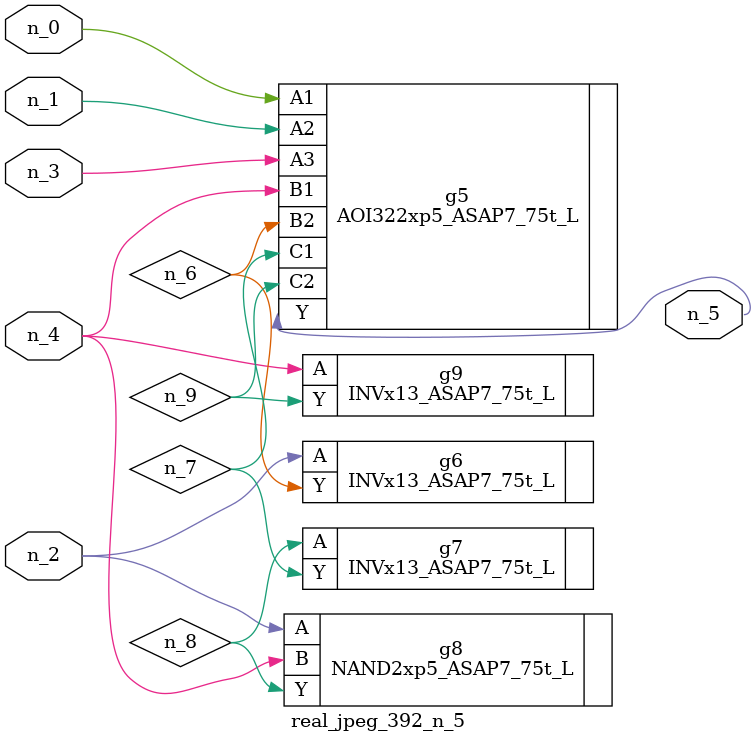
<source format=v>
module real_jpeg_392_n_5 (n_4, n_0, n_1, n_2, n_3, n_5);

input n_4;
input n_0;
input n_1;
input n_2;
input n_3;

output n_5;

wire n_8;
wire n_6;
wire n_7;
wire n_9;

AOI322xp5_ASAP7_75t_L g5 ( 
.A1(n_0),
.A2(n_1),
.A3(n_3),
.B1(n_4),
.B2(n_6),
.C1(n_7),
.C2(n_9),
.Y(n_5)
);

INVx13_ASAP7_75t_L g6 ( 
.A(n_2),
.Y(n_6)
);

NAND2xp5_ASAP7_75t_L g8 ( 
.A(n_2),
.B(n_4),
.Y(n_8)
);

INVx13_ASAP7_75t_L g9 ( 
.A(n_4),
.Y(n_9)
);

INVx13_ASAP7_75t_L g7 ( 
.A(n_8),
.Y(n_7)
);


endmodule
</source>
